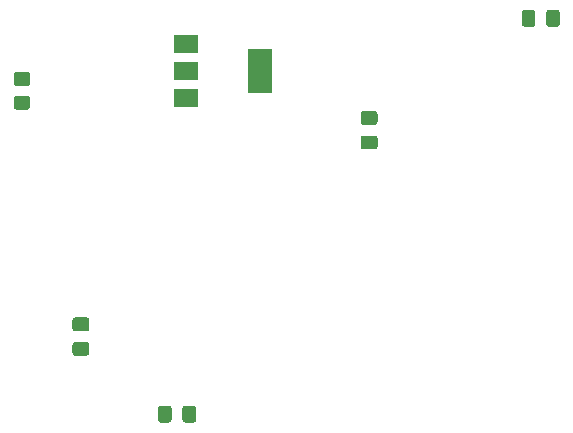
<source format=gbr>
%TF.GenerationSoftware,KiCad,Pcbnew,(5.1.10)-1*%
%TF.CreationDate,2021-09-14T14:55:47+02:00*%
%TF.ProjectId,FunctionGeneratorDDS,46756e63-7469-46f6-9e47-656e65726174,rev?*%
%TF.SameCoordinates,Original*%
%TF.FileFunction,Paste,Bot*%
%TF.FilePolarity,Positive*%
%FSLAX46Y46*%
G04 Gerber Fmt 4.6, Leading zero omitted, Abs format (unit mm)*
G04 Created by KiCad (PCBNEW (5.1.10)-1) date 2021-09-14 14:55:47*
%MOMM*%
%LPD*%
G01*
G04 APERTURE LIST*
%ADD10R,2.000000X1.500000*%
%ADD11R,2.000000X3.800000*%
G04 APERTURE END LIST*
%TO.C,C12*%
G36*
G01*
X95001100Y-92643540D02*
X94051100Y-92643540D01*
G75*
G02*
X93801100Y-92393540I0J250000D01*
G01*
X93801100Y-91718540D01*
G75*
G02*
X94051100Y-91468540I250000J0D01*
G01*
X95001100Y-91468540D01*
G75*
G02*
X95251100Y-91718540I0J-250000D01*
G01*
X95251100Y-92393540D01*
G75*
G02*
X95001100Y-92643540I-250000J0D01*
G01*
G37*
G36*
G01*
X95001100Y-94718540D02*
X94051100Y-94718540D01*
G75*
G02*
X93801100Y-94468540I0J250000D01*
G01*
X93801100Y-93793540D01*
G75*
G02*
X94051100Y-93543540I250000J0D01*
G01*
X95001100Y-93543540D01*
G75*
G02*
X95251100Y-93793540I0J-250000D01*
G01*
X95251100Y-94468540D01*
G75*
G02*
X95001100Y-94718540I-250000J0D01*
G01*
G37*
%TD*%
%TO.C,C11*%
G36*
G01*
X102219340Y-99176820D02*
X102219340Y-100126820D01*
G75*
G02*
X101969340Y-100376820I-250000J0D01*
G01*
X101294340Y-100376820D01*
G75*
G02*
X101044340Y-100126820I0J250000D01*
G01*
X101044340Y-99176820D01*
G75*
G02*
X101294340Y-98926820I250000J0D01*
G01*
X101969340Y-98926820D01*
G75*
G02*
X102219340Y-99176820I0J-250000D01*
G01*
G37*
G36*
G01*
X104294340Y-99176820D02*
X104294340Y-100126820D01*
G75*
G02*
X104044340Y-100376820I-250000J0D01*
G01*
X103369340Y-100376820D01*
G75*
G02*
X103119340Y-100126820I0J250000D01*
G01*
X103119340Y-99176820D01*
G75*
G02*
X103369340Y-98926820I250000J0D01*
G01*
X104044340Y-98926820D01*
G75*
G02*
X104294340Y-99176820I0J-250000D01*
G01*
G37*
%TD*%
%TO.C,C10*%
G36*
G01*
X118450340Y-76070880D02*
X119400340Y-76070880D01*
G75*
G02*
X119650340Y-76320880I0J-250000D01*
G01*
X119650340Y-76995880D01*
G75*
G02*
X119400340Y-77245880I-250000J0D01*
G01*
X118450340Y-77245880D01*
G75*
G02*
X118200340Y-76995880I0J250000D01*
G01*
X118200340Y-76320880D01*
G75*
G02*
X118450340Y-76070880I250000J0D01*
G01*
G37*
G36*
G01*
X118450340Y-73995880D02*
X119400340Y-73995880D01*
G75*
G02*
X119650340Y-74245880I0J-250000D01*
G01*
X119650340Y-74920880D01*
G75*
G02*
X119400340Y-75170880I-250000J0D01*
G01*
X118450340Y-75170880D01*
G75*
G02*
X118200340Y-74920880I0J250000D01*
G01*
X118200340Y-74245880D01*
G75*
G02*
X118450340Y-73995880I250000J0D01*
G01*
G37*
%TD*%
%TO.C,C9*%
G36*
G01*
X133014300Y-65669140D02*
X133014300Y-66619140D01*
G75*
G02*
X132764300Y-66869140I-250000J0D01*
G01*
X132089300Y-66869140D01*
G75*
G02*
X131839300Y-66619140I0J250000D01*
G01*
X131839300Y-65669140D01*
G75*
G02*
X132089300Y-65419140I250000J0D01*
G01*
X132764300Y-65419140D01*
G75*
G02*
X133014300Y-65669140I0J-250000D01*
G01*
G37*
G36*
G01*
X135089300Y-65669140D02*
X135089300Y-66619140D01*
G75*
G02*
X134839300Y-66869140I-250000J0D01*
G01*
X134164300Y-66869140D01*
G75*
G02*
X133914300Y-66619140I0J250000D01*
G01*
X133914300Y-65669140D01*
G75*
G02*
X134164300Y-65419140I250000J0D01*
G01*
X134839300Y-65419140D01*
G75*
G02*
X135089300Y-65669140I0J-250000D01*
G01*
G37*
%TD*%
%TO.C,R1*%
G36*
G01*
X89982461Y-71883320D02*
X89082459Y-71883320D01*
G75*
G02*
X88832460Y-71633321I0J249999D01*
G01*
X88832460Y-70933319D01*
G75*
G02*
X89082459Y-70683320I249999J0D01*
G01*
X89982461Y-70683320D01*
G75*
G02*
X90232460Y-70933319I0J-249999D01*
G01*
X90232460Y-71633321D01*
G75*
G02*
X89982461Y-71883320I-249999J0D01*
G01*
G37*
G36*
G01*
X89982461Y-73883320D02*
X89082459Y-73883320D01*
G75*
G02*
X88832460Y-73633321I0J249999D01*
G01*
X88832460Y-72933319D01*
G75*
G02*
X89082459Y-72683320I249999J0D01*
G01*
X89982461Y-72683320D01*
G75*
G02*
X90232460Y-72933319I0J-249999D01*
G01*
X90232460Y-73633321D01*
G75*
G02*
X89982461Y-73883320I-249999J0D01*
G01*
G37*
%TD*%
D10*
%TO.C,U1*%
X103430940Y-72886600D03*
X103430940Y-68286600D03*
X103430940Y-70586600D03*
D11*
X109730940Y-70586600D03*
%TD*%
M02*

</source>
